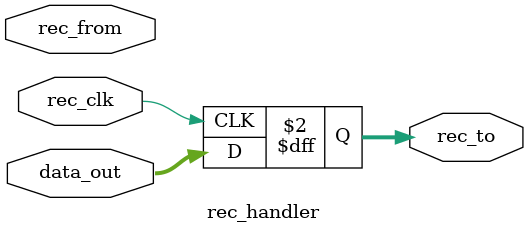
<source format=sv>
`timescale 1ns / 1ps


module rec_handler#(
    parameter integer ITX_DATA_WIDTH = 12
    )(
    input logic rec_clk,
    input logic [ITX_DATA_WIDTH-1: 0] data_out,     //the data received
    input logic rec_from,
    output logic [ITX_DATA_WIDTH-1: 0] rec_to
    );
    
    always_ff @ (posedge rec_clk)
    begin
        rec_to = data_out;
    end
    
endmodule

</source>
